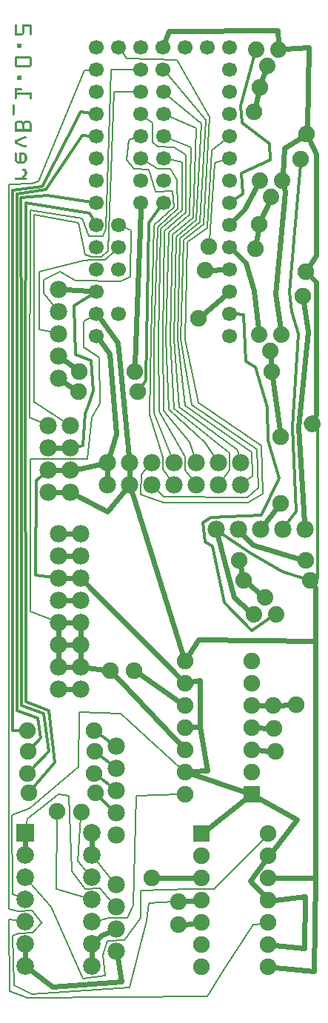
<source format=gbl>
G04 MADE WITH FRITZING*
G04 WWW.FRITZING.ORG*
G04 DOUBLE SIDED*
G04 HOLES PLATED*
G04 CONTOUR ON CENTER OF CONTOUR VECTOR*
%ASAXBY*%
%FSLAX23Y23*%
%MOIN*%
%OFA0B0*%
%SFA1.0B1.0*%
%ADD10C,0.078000*%
%ADD11C,0.075000*%
%ADD12C,0.079370*%
%ADD13C,0.074000*%
%ADD14C,0.045000*%
%ADD15C,0.066667*%
%ADD16R,0.079370X0.079370*%
%ADD17R,0.075000X0.075000*%
%ADD18C,0.024000*%
%ADD19C,0.008000*%
%ADD20C,0.012000*%
%ADD21C,0.007000*%
%ADD22C,0.006000*%
%ADD23R,0.001000X0.001000*%
%LNCOPPER0*%
G90*
G70*
G54D10*
X237Y3210D03*
X237Y3110D03*
X237Y3010D03*
X237Y2910D03*
X237Y2810D03*
X458Y2330D03*
X558Y2330D03*
X658Y2330D03*
X758Y2330D03*
X858Y2330D03*
X958Y2330D03*
X1058Y2330D03*
X458Y2330D03*
X558Y2330D03*
X658Y2330D03*
X758Y2330D03*
X858Y2330D03*
X958Y2330D03*
X1058Y2330D03*
X1058Y2430D03*
X958Y2430D03*
X858Y2430D03*
X758Y2430D03*
X658Y2430D03*
X558Y2430D03*
X458Y2430D03*
G54D11*
X330Y2841D03*
X580Y2841D03*
X328Y2748D03*
X593Y2748D03*
G54D10*
X237Y2109D03*
X237Y2009D03*
X237Y1909D03*
X237Y1809D03*
X237Y1709D03*
X237Y1609D03*
X237Y1509D03*
X237Y1409D03*
X237Y2109D03*
X237Y2009D03*
X237Y1909D03*
X237Y1809D03*
X237Y1709D03*
X237Y1609D03*
X237Y1509D03*
X237Y1409D03*
X337Y1409D03*
X337Y1509D03*
X337Y1609D03*
X337Y1709D03*
X337Y1809D03*
X337Y1909D03*
X337Y2009D03*
X337Y2109D03*
G54D12*
X89Y762D03*
X389Y762D03*
X89Y662D03*
X389Y662D03*
X89Y562D03*
X389Y562D03*
X89Y462D03*
X389Y462D03*
X89Y362D03*
X389Y362D03*
X89Y262D03*
X389Y262D03*
X89Y162D03*
X389Y162D03*
G54D10*
X292Y2295D03*
X292Y2395D03*
X292Y2495D03*
X292Y2595D03*
X292Y2295D03*
X292Y2395D03*
X292Y2495D03*
X292Y2595D03*
X192Y2595D03*
X192Y2495D03*
X192Y2395D03*
X192Y2295D03*
G54D11*
X577Y1494D03*
X341Y857D03*
G54D13*
X1226Y4291D03*
X1176Y4216D03*
X1126Y4291D03*
G54D11*
X778Y348D03*
X1203Y1336D03*
G54D13*
X1244Y3701D03*
X1194Y3626D03*
X1144Y3701D03*
G54D11*
X1208Y1232D03*
X777Y454D03*
G54D13*
X1116Y1747D03*
X1166Y1822D03*
X1216Y1747D03*
G54D11*
X869Y3081D03*
X656Y561D03*
G54D13*
X1242Y3007D03*
X1192Y2932D03*
X1142Y3007D03*
G54D11*
X897Y3295D03*
X1213Y1129D03*
X1329Y3796D03*
X1117Y4008D03*
X914Y3403D03*
X1306Y1339D03*
X1337Y3181D03*
X1124Y3393D03*
X232Y859D03*
X472Y1493D03*
X1350Y1989D03*
X1050Y1989D03*
X1237Y2246D03*
X1237Y2546D03*
X1143Y4121D03*
X1355Y3909D03*
X1140Y3504D03*
X1352Y3291D03*
X1071Y1900D03*
X1371Y1900D03*
X1196Y2840D03*
G54D14*
X1381Y2604D03*
G54D11*
X403Y943D03*
X103Y943D03*
X399Y1031D03*
X99Y1031D03*
X401Y1129D03*
X101Y1129D03*
X398Y1223D03*
X98Y1223D03*
X1106Y937D03*
X806Y937D03*
X1106Y1037D03*
X806Y1037D03*
X1106Y1137D03*
X806Y1137D03*
X1106Y1237D03*
X806Y1237D03*
X1106Y1337D03*
X806Y1337D03*
X1106Y1437D03*
X806Y1437D03*
X1106Y1537D03*
X806Y1537D03*
X882Y758D03*
X1182Y758D03*
X882Y658D03*
X1182Y658D03*
X882Y558D03*
X1182Y558D03*
X882Y458D03*
X1182Y458D03*
X882Y358D03*
X1182Y358D03*
X882Y258D03*
X1182Y258D03*
X882Y158D03*
X1182Y158D03*
G54D10*
X497Y228D03*
X497Y328D03*
X497Y428D03*
X497Y528D03*
X947Y2128D03*
X1047Y2128D03*
X1147Y2128D03*
X1247Y2128D03*
X1347Y2128D03*
X497Y753D03*
X497Y853D03*
X497Y953D03*
X497Y1053D03*
X497Y1153D03*
G54D15*
X408Y4300D03*
X408Y4200D03*
X408Y4100D03*
X408Y4000D03*
X408Y3900D03*
X408Y3800D03*
X408Y3700D03*
X408Y3600D03*
X408Y3500D03*
X408Y3400D03*
X408Y3300D03*
X408Y3200D03*
X408Y3100D03*
X408Y3000D03*
X508Y3100D03*
X1008Y4300D03*
X1008Y4200D03*
X1008Y4100D03*
X1008Y4000D03*
X1008Y3900D03*
X1008Y3800D03*
X1008Y3700D03*
X1008Y3600D03*
X1008Y3500D03*
X1008Y3400D03*
X1008Y3300D03*
X1008Y3200D03*
X1008Y3100D03*
X1008Y3000D03*
X508Y3400D03*
X508Y3300D03*
X508Y3500D03*
X808Y4300D03*
X908Y4300D03*
X708Y4300D03*
X508Y4300D03*
X608Y4300D03*
X408Y4300D03*
X408Y4200D03*
X408Y4100D03*
X408Y4000D03*
X408Y3900D03*
X408Y3800D03*
X408Y3700D03*
X408Y3600D03*
X408Y3500D03*
X408Y3400D03*
X408Y3300D03*
X408Y3200D03*
X408Y3100D03*
X408Y3000D03*
X508Y3100D03*
X1008Y4300D03*
X1008Y4200D03*
X1008Y4100D03*
X1008Y4000D03*
X1008Y3900D03*
X1008Y3800D03*
X1008Y3700D03*
X1008Y3600D03*
X1008Y3500D03*
X1008Y3400D03*
X1008Y3300D03*
X1008Y3200D03*
X1008Y3100D03*
X1008Y3000D03*
X508Y3400D03*
X508Y3300D03*
X508Y3500D03*
X808Y4300D03*
X908Y4300D03*
X708Y4300D03*
X508Y4300D03*
X608Y4300D03*
X608Y4200D03*
X608Y4200D03*
X708Y4200D03*
X708Y4200D03*
X710Y4100D03*
X710Y4000D03*
X710Y3900D03*
X710Y3800D03*
X710Y3700D03*
X710Y3600D03*
X710Y4100D03*
X710Y4000D03*
X710Y3900D03*
X710Y3800D03*
X710Y3700D03*
X710Y3600D03*
X608Y4100D03*
X608Y4000D03*
X608Y3900D03*
X608Y3800D03*
X608Y3700D03*
X608Y3600D03*
X608Y4100D03*
X608Y4000D03*
X608Y3900D03*
X608Y3800D03*
X608Y3700D03*
X608Y3600D03*
G54D16*
X89Y762D03*
G54D17*
X1106Y937D03*
X882Y758D03*
G54D18*
X498Y2561D02*
X467Y2458D01*
D02*
X469Y2919D02*
X498Y2561D01*
D02*
X426Y2975D02*
X469Y2919D01*
D02*
X1345Y2158D02*
X1319Y2591D01*
D02*
X1319Y2591D02*
X1361Y3020D01*
D02*
X1361Y3020D02*
X1341Y3153D01*
G54D19*
D02*
X793Y3567D02*
X793Y3784D01*
D02*
X793Y3784D02*
X734Y3795D01*
D02*
X698Y3482D02*
X793Y3567D01*
D02*
X687Y2987D02*
X698Y3482D01*
D02*
X691Y2660D02*
X687Y2987D01*
D02*
X807Y2456D02*
X691Y2660D01*
D02*
X807Y2397D02*
X807Y2456D01*
D02*
X843Y2349D02*
X807Y2397D01*
G54D18*
D02*
X458Y2399D02*
X458Y2360D01*
G54D20*
D02*
X173Y2379D02*
X137Y2348D01*
D02*
X137Y2348D02*
X133Y1923D01*
D02*
X133Y1923D02*
X213Y1913D01*
G54D19*
D02*
X783Y3439D02*
X874Y3513D01*
D02*
X874Y3513D02*
X900Y3973D01*
D02*
X807Y2686D02*
X774Y2987D01*
D02*
X774Y2987D02*
X783Y3439D01*
D02*
X900Y3973D02*
X726Y4181D01*
D02*
X1109Y2477D02*
X807Y2686D01*
D02*
X1110Y2371D02*
X1109Y2477D01*
D02*
X1077Y2345D02*
X1110Y2371D01*
G54D18*
D02*
X337Y1640D02*
X337Y1679D01*
D02*
X797Y1564D02*
X567Y2301D01*
D02*
X1253Y4292D02*
X1364Y4298D01*
D02*
X1364Y4298D02*
X1356Y3938D01*
G54D21*
D02*
X344Y3528D02*
X111Y3567D01*
D02*
X111Y3567D02*
X109Y2634D01*
D02*
X375Y3450D02*
X344Y3528D01*
D02*
X109Y2634D02*
X170Y2606D01*
D02*
X436Y3451D02*
X375Y3450D01*
D02*
X452Y3484D02*
X436Y3451D01*
D02*
X475Y4201D02*
X452Y3484D01*
D02*
X583Y4200D02*
X475Y4201D01*
G54D18*
D02*
X262Y2495D02*
X222Y2495D01*
D02*
X1065Y1928D02*
X1057Y1961D01*
D02*
X307Y1509D02*
X267Y1509D01*
G54D20*
D02*
X478Y968D02*
X417Y1016D01*
D02*
X1261Y2148D02*
X1306Y2211D01*
D02*
X1306Y2211D02*
X1291Y2591D01*
D02*
X1291Y2591D02*
X1317Y3011D01*
D02*
X1317Y3011D02*
X1289Y3109D01*
D02*
X1289Y3109D02*
X1278Y3195D01*
D02*
X1278Y3195D02*
X1297Y3434D01*
D02*
X1297Y3434D02*
X1327Y3773D01*
G54D19*
D02*
X817Y3424D02*
X906Y3487D01*
D02*
X906Y3487D02*
X926Y3835D01*
D02*
X807Y2984D02*
X817Y3424D01*
D02*
X869Y2700D02*
X807Y2984D01*
D02*
X926Y3835D02*
X988Y3884D01*
D02*
X1151Y2506D02*
X869Y2700D01*
D02*
X1157Y2289D02*
X1151Y2506D01*
D02*
X1090Y2249D02*
X1157Y2289D01*
D02*
X710Y2250D02*
X1090Y2249D01*
D02*
X608Y2285D02*
X710Y2250D01*
D02*
X610Y2377D02*
X608Y2285D01*
D02*
X641Y2412D02*
X610Y2377D01*
G54D18*
D02*
X429Y2424D02*
X321Y2401D01*
G54D19*
D02*
X769Y3447D02*
X859Y3523D01*
D02*
X859Y3523D02*
X881Y3956D01*
D02*
X780Y2678D02*
X757Y2987D01*
D02*
X757Y2987D02*
X769Y3447D01*
D02*
X881Y3956D02*
X729Y4084D01*
D02*
X1044Y2486D02*
X780Y2678D01*
D02*
X1052Y2453D02*
X1044Y2486D01*
G54D18*
D02*
X834Y1442D02*
X873Y1450D01*
D02*
X873Y1450D02*
X873Y1241D01*
D02*
X873Y1241D02*
X834Y1239D01*
D02*
X337Y1540D02*
X337Y1579D01*
D02*
X1195Y2869D02*
X1193Y2905D01*
G54D20*
D02*
X479Y870D02*
X419Y927D01*
G54D18*
D02*
X1391Y2630D02*
X1398Y2647D01*
D02*
X1398Y2647D02*
X1397Y3242D01*
D02*
X1397Y3242D02*
X1372Y3270D01*
D02*
X1200Y2812D02*
X1233Y2575D01*
D02*
X1079Y946D02*
X833Y1028D01*
D02*
X1137Y4093D02*
X1124Y4036D01*
G54D22*
D02*
X151Y3030D02*
X151Y3291D01*
D02*
X151Y3291D02*
X350Y3339D01*
D02*
X213Y3015D02*
X151Y3030D01*
D02*
X350Y3339D02*
X386Y3343D01*
D02*
X386Y3343D02*
X449Y3343D01*
D02*
X449Y3343D02*
X490Y3382D01*
G54D18*
D02*
X307Y2109D02*
X267Y2109D01*
G54D19*
D02*
X667Y3500D02*
X757Y3579D01*
D02*
X757Y3579D02*
X750Y3652D01*
D02*
X646Y2647D02*
X654Y2991D01*
D02*
X654Y2991D02*
X667Y3500D01*
D02*
X750Y3652D02*
X674Y3650D01*
D02*
X707Y2454D02*
X646Y2647D01*
D02*
X674Y3650D02*
X643Y3748D01*
D02*
X708Y2401D02*
X707Y2454D01*
D02*
X643Y3748D02*
X578Y3752D01*
D02*
X744Y2350D02*
X708Y2401D01*
D02*
X578Y3752D02*
X543Y3793D01*
D02*
X543Y3793D02*
X554Y3882D01*
D02*
X554Y3882D02*
X584Y3892D01*
G54D18*
D02*
X307Y1609D02*
X267Y1609D01*
D02*
X237Y1540D02*
X237Y1579D01*
D02*
X1152Y4148D02*
X1167Y4191D01*
G54D20*
D02*
X187Y3634D02*
X383Y3604D01*
D02*
X69Y3623D02*
X187Y3634D01*
D02*
X70Y2907D02*
X69Y3623D01*
D02*
X70Y1337D02*
X70Y2907D01*
D02*
X170Y1299D02*
X70Y1337D01*
D02*
X193Y1128D02*
X170Y1299D01*
D02*
X115Y1047D02*
X193Y1128D01*
G54D18*
D02*
X307Y2009D02*
X267Y2009D01*
G54D19*
D02*
X517Y3246D02*
X561Y3266D01*
D02*
X561Y3266D02*
X564Y3475D01*
D02*
X314Y3249D02*
X517Y3246D01*
D02*
X564Y3475D02*
X531Y3490D01*
D02*
X244Y3288D02*
X314Y3249D01*
D02*
X171Y3253D02*
X244Y3288D01*
D02*
X171Y3193D02*
X171Y3253D01*
D02*
X222Y3129D02*
X171Y3193D01*
G54D20*
D02*
X159Y1191D02*
X117Y1146D01*
D02*
X144Y1281D02*
X159Y1191D01*
D02*
X51Y1313D02*
X144Y1281D01*
D02*
X50Y2922D02*
X51Y1313D01*
D02*
X50Y3639D02*
X50Y2922D01*
D02*
X180Y3658D02*
X50Y3639D01*
D02*
X344Y3902D02*
X180Y3658D01*
D02*
X383Y3901D02*
X344Y3902D01*
G54D18*
D02*
X262Y2395D02*
X222Y2395D01*
D02*
X389Y693D02*
X389Y731D01*
G54D19*
D02*
X715Y3474D02*
X810Y3557D01*
D02*
X810Y3557D02*
X811Y3815D01*
D02*
X706Y2993D02*
X715Y3474D01*
D02*
X711Y2663D02*
X706Y2993D01*
D02*
X811Y3815D02*
X759Y3850D01*
D02*
X829Y2524D02*
X711Y2663D01*
D02*
X851Y2453D02*
X829Y2524D01*
D02*
X759Y3850D02*
X683Y3854D01*
D02*
X683Y3854D02*
X661Y3873D01*
D02*
X661Y3873D02*
X661Y3958D01*
D02*
X661Y3958D02*
X628Y3984D01*
G54D18*
D02*
X1030Y3378D02*
X1081Y3328D01*
D02*
X1119Y3203D02*
X1139Y3034D01*
D02*
X1081Y3328D02*
X1119Y3203D01*
D02*
X267Y3208D02*
X378Y3202D01*
G54D20*
D02*
X1198Y1735D02*
X1107Y1673D01*
D02*
X1107Y1673D02*
X985Y1798D01*
D02*
X985Y1798D02*
X931Y2054D01*
D02*
X931Y2054D02*
X896Y2074D01*
D02*
X896Y2074D02*
X889Y2161D01*
D02*
X889Y2161D02*
X925Y2184D01*
D02*
X925Y2184D02*
X1150Y2192D01*
D02*
X1150Y2192D02*
X1231Y2359D01*
D02*
X1231Y2359D02*
X1181Y2528D01*
D02*
X1181Y2528D02*
X1178Y2678D01*
D02*
X1178Y2678D02*
X1125Y2861D01*
D02*
X1125Y2861D02*
X1080Y2886D01*
D02*
X1080Y2886D02*
X1071Y3095D01*
D02*
X1071Y3095D02*
X1033Y3098D01*
D02*
X478Y1068D02*
X419Y1115D01*
G54D18*
D02*
X558Y2360D02*
X558Y2399D01*
D02*
X1211Y255D02*
X1344Y243D01*
D02*
X1344Y243D02*
X1348Y476D01*
D02*
X1348Y476D02*
X1211Y461D01*
G54D20*
D02*
X1058Y4036D02*
X1121Y4270D01*
D02*
X1064Y3961D02*
X1058Y4036D01*
D02*
X1186Y3867D02*
X1064Y3961D01*
D02*
X1192Y3792D02*
X1186Y3867D01*
D02*
X1061Y3734D02*
X1192Y3792D01*
D02*
X1067Y3639D02*
X1061Y3734D01*
D02*
X1029Y3614D02*
X1067Y3639D01*
G54D19*
D02*
X733Y3465D02*
X828Y3545D01*
D02*
X828Y3545D02*
X835Y3850D01*
D02*
X722Y2989D02*
X733Y3465D01*
D02*
X733Y2669D02*
X722Y2989D01*
D02*
X835Y3850D02*
X733Y3891D01*
D02*
X898Y2521D02*
X733Y2669D01*
D02*
X945Y2450D02*
X898Y2521D01*
G54D18*
D02*
X237Y1640D02*
X237Y1679D01*
D02*
X1367Y3316D02*
X1397Y3364D01*
D02*
X1397Y3364D02*
X1397Y3820D01*
D02*
X1397Y3820D02*
X1367Y3883D01*
G54D19*
D02*
X64Y366D02*
X14Y373D01*
D02*
X14Y373D02*
X19Y50D01*
D02*
X19Y50D02*
X97Y20D01*
D02*
X97Y20D02*
X909Y26D01*
D02*
X909Y26D02*
X978Y139D01*
D02*
X978Y139D02*
X1115Y348D01*
D02*
X1115Y348D02*
X1159Y354D01*
D02*
X1131Y2488D02*
X839Y2689D01*
D02*
X839Y2689D02*
X789Y2986D01*
D02*
X789Y2986D02*
X800Y3432D01*
D02*
X800Y3432D02*
X891Y3504D01*
D02*
X1138Y2317D02*
X1131Y2488D01*
D02*
X891Y3504D02*
X919Y3985D01*
D02*
X1087Y2274D02*
X1138Y2317D01*
D02*
X919Y3985D02*
X771Y4244D01*
D02*
X710Y2277D02*
X1087Y2274D01*
D02*
X771Y4244D02*
X544Y4250D01*
D02*
X675Y2312D02*
X710Y2277D01*
D02*
X544Y4250D02*
X523Y4280D01*
G54D20*
D02*
X1402Y2595D02*
X1403Y2595D01*
D02*
X1403Y2595D02*
X1403Y1911D01*
D02*
X1403Y1911D02*
X1393Y1908D01*
G54D18*
D02*
X834Y1239D02*
X873Y1241D01*
D02*
X873Y1241D02*
X906Y1044D01*
D02*
X906Y1044D02*
X834Y1039D01*
D02*
X307Y1909D02*
X267Y1909D01*
G54D20*
D02*
X356Y2648D02*
X374Y2693D01*
D02*
X374Y2693D02*
X393Y2752D01*
D02*
X348Y2506D02*
X356Y2648D01*
D02*
X393Y2752D02*
X383Y2889D01*
D02*
X316Y2500D02*
X348Y2506D01*
D02*
X383Y2889D02*
X315Y2915D01*
D02*
X315Y2915D02*
X309Y3137D01*
D02*
X309Y3137D02*
X387Y3186D01*
G54D18*
D02*
X89Y231D02*
X89Y193D01*
D02*
X358Y1888D02*
X786Y1457D01*
D02*
X1131Y3677D02*
X1074Y3569D01*
D02*
X1074Y3569D02*
X1029Y3522D01*
D02*
X1238Y3034D02*
X1214Y3189D01*
D02*
X1214Y3189D02*
X1258Y3648D01*
D02*
X1258Y3648D02*
X1251Y3675D01*
D02*
X1095Y1764D02*
X1026Y1824D01*
D02*
X1026Y1824D02*
X955Y2099D01*
D02*
X867Y1634D02*
X821Y1561D01*
D02*
X1394Y1625D02*
X867Y1634D01*
D02*
X1394Y1625D02*
X1393Y1865D01*
D02*
X1393Y1865D02*
X1386Y1876D01*
D02*
X1393Y558D02*
X1394Y1625D01*
D02*
X1211Y558D02*
X1393Y558D01*
D02*
X1393Y558D02*
X1389Y139D01*
D02*
X1389Y139D02*
X1211Y155D01*
D02*
X304Y2764D02*
X262Y2793D01*
G54D20*
D02*
X477Y1167D02*
X416Y1210D01*
G54D18*
D02*
X718Y4329D02*
X733Y4373D01*
D02*
X733Y4373D02*
X1225Y4375D01*
X1225Y4375D02*
X1226Y4318D01*
D02*
X1093Y1882D02*
X1145Y1839D01*
D02*
X581Y2870D02*
X609Y3569D01*
D02*
X307Y1809D02*
X267Y1809D01*
G54D22*
D02*
X430Y3357D02*
X386Y3356D01*
D02*
X386Y3356D02*
X359Y3367D01*
D02*
X359Y3367D02*
X326Y3510D01*
D02*
X461Y3382D02*
X430Y3357D01*
D02*
X326Y3510D02*
X126Y3545D01*
D02*
X487Y4098D02*
X461Y3382D01*
D02*
X126Y3545D02*
X126Y2704D01*
D02*
X583Y4099D02*
X487Y4098D01*
D02*
X126Y2704D02*
X271Y2609D01*
G54D18*
D02*
X307Y1709D02*
X267Y1709D01*
G54D21*
D02*
X633Y367D02*
X644Y445D01*
D02*
X557Y65D02*
X633Y367D01*
D02*
X116Y35D02*
X557Y65D01*
D02*
X36Y75D02*
X116Y35D01*
D02*
X30Y299D02*
X36Y75D01*
D02*
X58Y311D02*
X30Y299D01*
D02*
X122Y313D02*
X58Y311D01*
D02*
X163Y361D02*
X122Y313D01*
D02*
X117Y413D02*
X162Y361D01*
D02*
X53Y411D02*
X117Y413D01*
D02*
X13Y419D02*
X53Y411D01*
D02*
X13Y2966D02*
X13Y419D01*
D02*
X15Y3684D02*
X13Y2966D01*
D02*
X119Y3685D02*
X15Y3684D01*
D02*
X148Y3697D02*
X119Y3685D01*
D02*
X353Y4195D02*
X148Y3697D01*
D02*
X383Y4197D02*
X353Y4195D01*
G54D18*
D02*
X1331Y3894D02*
X1253Y3845D01*
D02*
X1253Y3845D02*
X1246Y3728D01*
D02*
X307Y1409D02*
X267Y1409D01*
G54D19*
D02*
X741Y2987D02*
X750Y3456D01*
D02*
X757Y2673D02*
X741Y2987D01*
D02*
X750Y3456D02*
X843Y3534D01*
D02*
X1006Y2474D02*
X757Y2673D01*
D02*
X843Y3534D02*
X859Y3937D01*
D02*
X1008Y2396D02*
X1006Y2474D01*
D02*
X859Y3937D02*
X733Y3990D01*
D02*
X973Y2349D02*
X1008Y2396D01*
G54D20*
D02*
X1349Y1907D02*
X1244Y1939D01*
D02*
X1244Y1939D02*
X1100Y2024D01*
D02*
X1100Y2024D02*
X968Y2114D01*
G54D18*
D02*
X504Y2969D02*
X426Y3075D01*
D02*
X513Y2874D02*
X504Y2969D01*
D02*
X555Y2460D02*
X513Y2874D01*
D02*
X1152Y3530D02*
X1183Y3601D01*
G54D19*
D02*
X683Y3491D02*
X775Y3574D01*
D02*
X775Y3574D02*
X772Y3702D01*
D02*
X669Y2991D02*
X683Y3491D01*
D02*
X669Y2652D02*
X669Y2991D01*
D02*
X772Y3702D02*
X741Y3752D01*
D02*
X749Y2452D02*
X669Y2652D01*
D02*
X741Y3752D02*
X685Y3754D01*
D02*
X685Y3754D02*
X630Y3787D01*
G54D20*
D02*
X222Y1080D02*
X118Y961D01*
D02*
X195Y1314D02*
X222Y1080D01*
D02*
X90Y1353D02*
X195Y1314D01*
D02*
X89Y2893D02*
X90Y1353D01*
D02*
X91Y3598D02*
X89Y2893D01*
D02*
X378Y3552D02*
X91Y3598D01*
D02*
X396Y3521D02*
X378Y3552D01*
D02*
X643Y3508D02*
X630Y2798D01*
D02*
X630Y2798D02*
X606Y2767D01*
D02*
X695Y3580D02*
X643Y3508D01*
G54D18*
D02*
X1165Y2152D02*
X1219Y2223D01*
D02*
X307Y2858D02*
X261Y2892D01*
D02*
X1136Y3475D02*
X1129Y3422D01*
D02*
X262Y2295D02*
X222Y2295D01*
D02*
X1322Y1997D02*
X1111Y2058D01*
D02*
X1111Y2058D02*
X1067Y2106D01*
D02*
X89Y693D02*
X89Y731D01*
G54D20*
D02*
X31Y1224D02*
X74Y1224D01*
D02*
X30Y2943D02*
X31Y1224D01*
D02*
X31Y3656D02*
X30Y2943D01*
D02*
X163Y3674D02*
X31Y3656D01*
D02*
X339Y4010D02*
X163Y3674D01*
D02*
X383Y4003D02*
X339Y4010D01*
G54D19*
D02*
X369Y2445D02*
X386Y2633D01*
D02*
X111Y1761D02*
X111Y2445D01*
D02*
X425Y2695D02*
X422Y2903D01*
D02*
X111Y2445D02*
X369Y2445D01*
D02*
X386Y2633D02*
X425Y2695D01*
D02*
X214Y1719D02*
X111Y1761D01*
D02*
X422Y2903D02*
X350Y2948D01*
D02*
X350Y3067D02*
X386Y3087D01*
D02*
X350Y2948D02*
X350Y3067D01*
D02*
X66Y472D02*
X31Y487D01*
D02*
X326Y1058D02*
X331Y1306D01*
D02*
X31Y487D02*
X28Y843D01*
D02*
X519Y1298D02*
X789Y1052D01*
D02*
X28Y843D02*
X108Y873D01*
D02*
X108Y873D02*
X326Y1058D01*
D02*
X331Y1306D02*
X519Y1298D01*
G54D18*
D02*
X1311Y823D02*
X1200Y680D01*
D02*
X1131Y923D02*
X1311Y823D01*
G54D19*
D02*
X358Y511D02*
X297Y589D01*
D02*
X424Y513D02*
X358Y511D01*
D02*
X237Y936D02*
X159Y874D01*
D02*
X481Y447D02*
X424Y513D01*
D02*
X98Y826D02*
X92Y787D01*
D02*
X283Y931D02*
X237Y936D01*
D02*
X297Y589D02*
X283Y931D01*
D02*
X159Y874D02*
X98Y826D01*
D02*
X574Y436D02*
X549Y378D01*
D02*
X549Y378D02*
X464Y378D01*
D02*
X464Y378D02*
X413Y367D01*
D02*
X586Y928D02*
X574Y436D01*
D02*
X783Y936D02*
X586Y928D01*
G54D18*
D02*
X389Y231D02*
X389Y193D01*
D02*
X522Y93D02*
X211Y69D01*
D02*
X211Y69D02*
X113Y144D01*
D02*
X503Y198D02*
X522Y93D01*
D02*
X433Y304D02*
X411Y283D01*
D02*
X469Y317D02*
X433Y304D01*
G54D19*
D02*
X482Y547D02*
X405Y643D01*
D02*
X204Y428D02*
X105Y543D01*
D02*
X828Y509D02*
X608Y503D01*
D02*
X457Y276D02*
X436Y214D01*
D02*
X608Y503D02*
X608Y381D01*
D02*
X608Y381D02*
X533Y280D01*
D02*
X936Y509D02*
X828Y509D01*
D02*
X436Y214D02*
X449Y120D01*
D02*
X533Y280D02*
X457Y276D01*
D02*
X346Y106D02*
X204Y428D01*
D02*
X449Y120D02*
X346Y106D01*
D02*
X1166Y741D02*
X936Y509D01*
G54D18*
D02*
X459Y2210D02*
X539Y2306D01*
D02*
X319Y2282D02*
X459Y2210D01*
G54D19*
D02*
X364Y469D02*
X228Y509D01*
D02*
X228Y509D02*
X231Y836D01*
G54D18*
D02*
X367Y1506D02*
X443Y1497D01*
D02*
X786Y1158D02*
X491Y1472D01*
D02*
X782Y1353D02*
X601Y1478D01*
G54D19*
D02*
X325Y636D02*
X339Y834D01*
D02*
X372Y581D02*
X325Y636D01*
G54D18*
D02*
X1100Y545D02*
X1165Y634D01*
D02*
X1163Y478D02*
X1100Y545D01*
D02*
X1084Y919D02*
X904Y775D01*
D02*
X854Y355D02*
X806Y350D01*
D02*
X1174Y1337D02*
X1135Y1337D01*
D02*
X854Y457D02*
X806Y455D01*
D02*
X1179Y1233D02*
X1135Y1235D01*
G54D21*
D02*
X644Y445D02*
X754Y452D01*
G54D18*
D02*
X854Y558D02*
X684Y561D01*
D02*
X891Y3099D02*
X985Y3180D01*
D02*
X978Y3299D02*
X925Y3297D01*
D02*
X1185Y1131D02*
X1134Y1135D01*
G54D19*
D02*
X922Y3475D02*
X917Y3426D01*
D02*
X984Y3792D02*
X942Y3778D01*
D02*
X942Y3778D02*
X922Y3475D01*
G54D18*
D02*
X1277Y1338D02*
X1231Y1337D01*
G54D23*
X43Y4404D02*
X46Y4404D01*
X81Y4404D02*
X110Y4404D01*
X41Y4403D02*
X47Y4403D01*
X79Y4403D02*
X112Y4403D01*
X41Y4402D02*
X48Y4402D01*
X77Y4402D02*
X113Y4402D01*
X40Y4401D02*
X49Y4401D01*
X76Y4401D02*
X114Y4401D01*
X40Y4400D02*
X49Y4400D01*
X76Y4400D02*
X115Y4400D01*
X40Y4399D02*
X49Y4399D01*
X75Y4399D02*
X116Y4399D01*
X40Y4398D02*
X49Y4398D01*
X74Y4398D02*
X116Y4398D01*
X40Y4397D02*
X49Y4397D01*
X74Y4397D02*
X116Y4397D01*
X40Y4396D02*
X49Y4396D01*
X74Y4396D02*
X117Y4396D01*
X40Y4395D02*
X49Y4395D01*
X74Y4395D02*
X117Y4395D01*
X40Y4394D02*
X49Y4394D01*
X74Y4394D02*
X83Y4394D01*
X108Y4394D02*
X117Y4394D01*
X40Y4393D02*
X49Y4393D01*
X74Y4393D02*
X83Y4393D01*
X108Y4393D02*
X117Y4393D01*
X40Y4392D02*
X49Y4392D01*
X74Y4392D02*
X83Y4392D01*
X108Y4392D02*
X117Y4392D01*
X40Y4391D02*
X49Y4391D01*
X74Y4391D02*
X83Y4391D01*
X108Y4391D02*
X117Y4391D01*
X40Y4390D02*
X49Y4390D01*
X74Y4390D02*
X83Y4390D01*
X108Y4390D02*
X117Y4390D01*
X40Y4389D02*
X49Y4389D01*
X74Y4389D02*
X83Y4389D01*
X108Y4389D02*
X117Y4389D01*
X40Y4388D02*
X49Y4388D01*
X74Y4388D02*
X83Y4388D01*
X108Y4388D02*
X117Y4388D01*
X40Y4387D02*
X49Y4387D01*
X74Y4387D02*
X83Y4387D01*
X108Y4387D02*
X117Y4387D01*
X40Y4386D02*
X49Y4386D01*
X74Y4386D02*
X83Y4386D01*
X108Y4386D02*
X117Y4386D01*
X40Y4385D02*
X49Y4385D01*
X74Y4385D02*
X83Y4385D01*
X108Y4385D02*
X117Y4385D01*
X40Y4384D02*
X49Y4384D01*
X74Y4384D02*
X83Y4384D01*
X108Y4384D02*
X117Y4384D01*
X40Y4383D02*
X49Y4383D01*
X74Y4383D02*
X83Y4383D01*
X108Y4383D02*
X117Y4383D01*
X40Y4382D02*
X49Y4382D01*
X74Y4382D02*
X83Y4382D01*
X108Y4382D02*
X117Y4382D01*
X40Y4381D02*
X49Y4381D01*
X74Y4381D02*
X83Y4381D01*
X108Y4381D02*
X117Y4381D01*
X40Y4380D02*
X49Y4380D01*
X74Y4380D02*
X83Y4380D01*
X108Y4380D02*
X117Y4380D01*
X40Y4379D02*
X49Y4379D01*
X74Y4379D02*
X83Y4379D01*
X108Y4379D02*
X117Y4379D01*
X40Y4378D02*
X49Y4378D01*
X74Y4378D02*
X83Y4378D01*
X108Y4378D02*
X117Y4378D01*
X40Y4377D02*
X49Y4377D01*
X74Y4377D02*
X83Y4377D01*
X108Y4377D02*
X117Y4377D01*
X40Y4376D02*
X49Y4376D01*
X74Y4376D02*
X83Y4376D01*
X108Y4376D02*
X117Y4376D01*
X40Y4375D02*
X49Y4375D01*
X74Y4375D02*
X83Y4375D01*
X108Y4375D02*
X117Y4375D01*
X40Y4374D02*
X49Y4374D01*
X74Y4374D02*
X83Y4374D01*
X108Y4374D02*
X117Y4374D01*
X40Y4373D02*
X49Y4373D01*
X74Y4373D02*
X83Y4373D01*
X108Y4373D02*
X117Y4373D01*
X40Y4372D02*
X49Y4372D01*
X74Y4372D02*
X83Y4372D01*
X108Y4372D02*
X117Y4372D01*
X40Y4371D02*
X49Y4371D01*
X74Y4371D02*
X83Y4371D01*
X108Y4371D02*
X117Y4371D01*
X40Y4370D02*
X49Y4370D01*
X74Y4370D02*
X83Y4370D01*
X108Y4370D02*
X117Y4370D01*
X40Y4369D02*
X49Y4369D01*
X74Y4369D02*
X83Y4369D01*
X108Y4369D02*
X117Y4369D01*
X40Y4368D02*
X49Y4368D01*
X74Y4368D02*
X83Y4368D01*
X108Y4368D02*
X117Y4368D01*
X40Y4367D02*
X49Y4367D01*
X74Y4367D02*
X83Y4367D01*
X108Y4367D02*
X117Y4367D01*
X40Y4366D02*
X49Y4366D01*
X74Y4366D02*
X83Y4366D01*
X108Y4366D02*
X117Y4366D01*
X40Y4365D02*
X49Y4365D01*
X74Y4365D02*
X83Y4365D01*
X108Y4365D02*
X117Y4365D01*
X40Y4364D02*
X83Y4364D01*
X108Y4364D02*
X117Y4364D01*
X40Y4363D02*
X83Y4363D01*
X108Y4363D02*
X117Y4363D01*
X40Y4362D02*
X82Y4362D01*
X108Y4362D02*
X117Y4362D01*
X40Y4361D02*
X82Y4361D01*
X108Y4361D02*
X117Y4361D01*
X40Y4360D02*
X82Y4360D01*
X108Y4360D02*
X117Y4360D01*
X40Y4359D02*
X81Y4359D01*
X108Y4359D02*
X117Y4359D01*
X40Y4358D02*
X80Y4358D01*
X108Y4358D02*
X116Y4358D01*
X40Y4357D02*
X79Y4357D01*
X109Y4357D02*
X116Y4357D01*
X40Y4356D02*
X78Y4356D01*
X109Y4356D02*
X115Y4356D01*
X40Y4355D02*
X75Y4355D01*
X111Y4355D02*
X113Y4355D01*
X56Y4317D02*
X67Y4317D01*
X54Y4316D02*
X68Y4316D01*
X53Y4315D02*
X69Y4315D01*
X53Y4314D02*
X70Y4314D01*
X53Y4313D02*
X70Y4313D01*
X53Y4312D02*
X70Y4312D01*
X52Y4311D02*
X70Y4311D01*
X52Y4310D02*
X70Y4310D01*
X52Y4309D02*
X70Y4309D01*
X52Y4308D02*
X70Y4308D01*
X52Y4307D02*
X70Y4307D01*
X52Y4306D02*
X70Y4306D01*
X52Y4305D02*
X70Y4305D01*
X52Y4304D02*
X70Y4304D01*
X52Y4303D02*
X70Y4303D01*
X53Y4302D02*
X70Y4302D01*
X53Y4301D02*
X70Y4301D01*
X53Y4300D02*
X69Y4300D01*
X54Y4299D02*
X69Y4299D01*
X55Y4298D02*
X68Y4298D01*
X46Y4259D02*
X111Y4259D01*
X44Y4258D02*
X112Y4258D01*
X43Y4257D02*
X114Y4257D01*
X42Y4256D02*
X115Y4256D01*
X41Y4255D02*
X115Y4255D01*
X41Y4254D02*
X116Y4254D01*
X40Y4253D02*
X116Y4253D01*
X40Y4252D02*
X117Y4252D01*
X40Y4251D02*
X117Y4251D01*
X40Y4250D02*
X117Y4250D01*
X40Y4249D02*
X49Y4249D01*
X108Y4249D02*
X117Y4249D01*
X40Y4248D02*
X49Y4248D01*
X108Y4248D02*
X117Y4248D01*
X40Y4247D02*
X49Y4247D01*
X108Y4247D02*
X117Y4247D01*
X40Y4246D02*
X49Y4246D01*
X108Y4246D02*
X117Y4246D01*
X40Y4245D02*
X49Y4245D01*
X108Y4245D02*
X117Y4245D01*
X40Y4244D02*
X49Y4244D01*
X108Y4244D02*
X117Y4244D01*
X40Y4243D02*
X49Y4243D01*
X108Y4243D02*
X117Y4243D01*
X40Y4242D02*
X49Y4242D01*
X108Y4242D02*
X117Y4242D01*
X40Y4241D02*
X49Y4241D01*
X108Y4241D02*
X117Y4241D01*
X40Y4240D02*
X49Y4240D01*
X108Y4240D02*
X117Y4240D01*
X40Y4239D02*
X49Y4239D01*
X108Y4239D02*
X117Y4239D01*
X40Y4238D02*
X49Y4238D01*
X108Y4238D02*
X117Y4238D01*
X40Y4237D02*
X49Y4237D01*
X108Y4237D02*
X117Y4237D01*
X40Y4236D02*
X49Y4236D01*
X108Y4236D02*
X117Y4236D01*
X40Y4235D02*
X49Y4235D01*
X108Y4235D02*
X117Y4235D01*
X40Y4234D02*
X49Y4234D01*
X108Y4234D02*
X117Y4234D01*
X40Y4233D02*
X49Y4233D01*
X108Y4233D02*
X117Y4233D01*
X40Y4232D02*
X49Y4232D01*
X108Y4232D02*
X117Y4232D01*
X40Y4231D02*
X49Y4231D01*
X108Y4231D02*
X117Y4231D01*
X40Y4230D02*
X49Y4230D01*
X108Y4230D02*
X117Y4230D01*
X40Y4229D02*
X49Y4229D01*
X108Y4229D02*
X117Y4229D01*
X40Y4228D02*
X49Y4228D01*
X108Y4228D02*
X117Y4228D01*
X40Y4227D02*
X49Y4227D01*
X108Y4227D02*
X117Y4227D01*
X40Y4226D02*
X49Y4226D01*
X108Y4226D02*
X117Y4226D01*
X40Y4225D02*
X49Y4225D01*
X108Y4225D02*
X117Y4225D01*
X40Y4224D02*
X49Y4224D01*
X108Y4224D02*
X117Y4224D01*
X40Y4223D02*
X49Y4223D01*
X108Y4223D02*
X117Y4223D01*
X40Y4222D02*
X49Y4222D01*
X108Y4222D02*
X117Y4222D01*
X40Y4221D02*
X49Y4221D01*
X108Y4221D02*
X117Y4221D01*
X40Y4220D02*
X117Y4220D01*
X40Y4219D02*
X117Y4219D01*
X40Y4218D02*
X117Y4218D01*
X40Y4217D02*
X116Y4217D01*
X41Y4216D02*
X116Y4216D01*
X41Y4215D02*
X115Y4215D01*
X42Y4214D02*
X115Y4214D01*
X43Y4213D02*
X114Y4213D01*
X44Y4212D02*
X112Y4212D01*
X46Y4211D02*
X111Y4211D01*
X55Y4172D02*
X68Y4172D01*
X54Y4171D02*
X69Y4171D01*
X53Y4170D02*
X69Y4170D01*
X53Y4169D02*
X70Y4169D01*
X53Y4168D02*
X70Y4168D01*
X52Y4167D02*
X70Y4167D01*
X52Y4166D02*
X70Y4166D01*
X52Y4165D02*
X70Y4165D01*
X52Y4164D02*
X70Y4164D01*
X52Y4163D02*
X70Y4163D01*
X52Y4162D02*
X70Y4162D01*
X52Y4161D02*
X70Y4161D01*
X52Y4160D02*
X70Y4160D01*
X52Y4159D02*
X70Y4159D01*
X53Y4158D02*
X70Y4158D01*
X53Y4157D02*
X70Y4157D01*
X53Y4156D02*
X70Y4156D01*
X53Y4155D02*
X69Y4155D01*
X54Y4154D02*
X68Y4154D01*
X56Y4153D02*
X67Y4153D01*
X43Y4115D02*
X71Y4115D01*
X42Y4114D02*
X73Y4114D01*
X41Y4113D02*
X73Y4113D01*
X40Y4112D02*
X74Y4112D01*
X40Y4111D02*
X74Y4111D01*
X40Y4110D02*
X74Y4110D01*
X40Y4109D02*
X74Y4109D01*
X40Y4108D02*
X74Y4108D01*
X40Y4107D02*
X73Y4107D01*
X40Y4106D02*
X72Y4106D01*
X40Y4105D02*
X49Y4105D01*
X40Y4104D02*
X49Y4104D01*
X40Y4103D02*
X49Y4103D01*
X40Y4102D02*
X49Y4102D01*
X40Y4101D02*
X49Y4101D01*
X40Y4100D02*
X49Y4100D01*
X40Y4099D02*
X49Y4099D01*
X40Y4098D02*
X49Y4098D01*
X40Y4097D02*
X49Y4097D01*
X40Y4096D02*
X49Y4096D01*
X40Y4095D02*
X117Y4095D01*
X40Y4094D02*
X117Y4094D01*
X40Y4093D02*
X117Y4093D01*
X40Y4092D02*
X117Y4092D01*
X40Y4091D02*
X117Y4091D01*
X40Y4090D02*
X117Y4090D01*
X40Y4089D02*
X117Y4089D01*
X40Y4088D02*
X117Y4088D01*
X40Y4087D02*
X117Y4087D01*
X40Y4086D02*
X117Y4086D01*
X40Y4085D02*
X49Y4085D01*
X108Y4085D02*
X117Y4085D01*
X40Y4084D02*
X49Y4084D01*
X108Y4084D02*
X117Y4084D01*
X40Y4083D02*
X49Y4083D01*
X108Y4083D02*
X117Y4083D01*
X40Y4082D02*
X49Y4082D01*
X108Y4082D02*
X117Y4082D01*
X40Y4081D02*
X49Y4081D01*
X108Y4081D02*
X117Y4081D01*
X40Y4080D02*
X49Y4080D01*
X108Y4080D02*
X117Y4080D01*
X40Y4079D02*
X49Y4079D01*
X108Y4079D02*
X117Y4079D01*
X40Y4078D02*
X49Y4078D01*
X108Y4078D02*
X117Y4078D01*
X40Y4077D02*
X49Y4077D01*
X108Y4077D02*
X117Y4077D01*
X40Y4076D02*
X49Y4076D01*
X108Y4076D02*
X117Y4076D01*
X40Y4075D02*
X49Y4075D01*
X108Y4075D02*
X117Y4075D01*
X40Y4074D02*
X49Y4074D01*
X108Y4074D02*
X117Y4074D01*
X40Y4073D02*
X49Y4073D01*
X108Y4073D02*
X117Y4073D01*
X40Y4072D02*
X49Y4072D01*
X108Y4072D02*
X117Y4072D01*
X40Y4071D02*
X49Y4071D01*
X108Y4071D02*
X117Y4071D01*
X40Y4070D02*
X49Y4070D01*
X108Y4070D02*
X117Y4070D01*
X40Y4069D02*
X49Y4069D01*
X108Y4069D02*
X116Y4069D01*
X41Y4068D02*
X48Y4068D01*
X108Y4068D02*
X116Y4068D01*
X41Y4067D02*
X47Y4067D01*
X109Y4067D02*
X115Y4067D01*
X43Y4066D02*
X46Y4066D01*
X111Y4066D02*
X114Y4066D01*
X32Y4042D02*
X37Y4042D01*
X31Y4041D02*
X38Y4041D01*
X30Y4040D02*
X38Y4040D01*
X30Y4039D02*
X39Y4039D01*
X30Y4038D02*
X39Y4038D01*
X30Y4037D02*
X39Y4037D01*
X30Y4036D02*
X39Y4036D01*
X30Y4035D02*
X39Y4035D01*
X30Y4034D02*
X39Y4034D01*
X30Y4033D02*
X39Y4033D01*
X30Y4032D02*
X39Y4032D01*
X30Y4031D02*
X39Y4031D01*
X30Y4030D02*
X39Y4030D01*
X30Y4029D02*
X39Y4029D01*
X30Y4028D02*
X39Y4028D01*
X30Y4027D02*
X39Y4027D01*
X30Y4026D02*
X39Y4026D01*
X30Y4025D02*
X39Y4025D01*
X30Y4024D02*
X39Y4024D01*
X30Y4023D02*
X39Y4023D01*
X30Y4022D02*
X39Y4022D01*
X30Y4021D02*
X39Y4021D01*
X30Y4020D02*
X39Y4020D01*
X30Y4019D02*
X39Y4019D01*
X30Y4018D02*
X39Y4018D01*
X30Y4017D02*
X39Y4017D01*
X30Y4016D02*
X39Y4016D01*
X30Y4015D02*
X39Y4015D01*
X30Y4014D02*
X39Y4014D01*
X30Y4013D02*
X39Y4013D01*
X30Y4012D02*
X39Y4012D01*
X30Y4011D02*
X39Y4011D01*
X30Y4010D02*
X39Y4010D01*
X30Y4009D02*
X39Y4009D01*
X30Y4008D02*
X39Y4008D01*
X30Y4007D02*
X39Y4007D01*
X30Y4006D02*
X39Y4006D01*
X30Y4005D02*
X39Y4005D01*
X30Y4004D02*
X39Y4004D01*
X30Y4003D02*
X39Y4003D01*
X30Y4002D02*
X39Y4002D01*
X30Y4001D02*
X39Y4001D01*
X30Y4000D02*
X39Y4000D01*
X30Y3999D02*
X39Y3999D01*
X30Y3998D02*
X39Y3998D01*
X30Y3997D02*
X39Y3997D01*
X30Y3996D02*
X38Y3996D01*
X31Y3995D02*
X38Y3995D01*
X32Y3994D02*
X36Y3994D01*
X55Y3970D02*
X68Y3970D01*
X89Y3970D02*
X102Y3970D01*
X52Y3969D02*
X71Y3969D01*
X86Y3969D02*
X105Y3969D01*
X50Y3968D02*
X73Y3968D01*
X84Y3968D02*
X107Y3968D01*
X48Y3967D02*
X74Y3967D01*
X82Y3967D02*
X108Y3967D01*
X47Y3966D02*
X75Y3966D01*
X81Y3966D02*
X109Y3966D01*
X46Y3965D02*
X76Y3965D01*
X80Y3965D02*
X110Y3965D01*
X45Y3964D02*
X111Y3964D01*
X44Y3963D02*
X112Y3963D01*
X43Y3962D02*
X113Y3962D01*
X43Y3961D02*
X114Y3961D01*
X42Y3960D02*
X56Y3960D01*
X67Y3960D02*
X89Y3960D01*
X101Y3960D02*
X114Y3960D01*
X42Y3959D02*
X54Y3959D01*
X69Y3959D02*
X88Y3959D01*
X103Y3959D02*
X115Y3959D01*
X41Y3958D02*
X52Y3958D01*
X70Y3958D02*
X86Y3958D01*
X104Y3958D02*
X115Y3958D01*
X41Y3957D02*
X51Y3957D01*
X71Y3957D02*
X85Y3957D01*
X105Y3957D02*
X116Y3957D01*
X41Y3956D02*
X51Y3956D01*
X72Y3956D02*
X85Y3956D01*
X106Y3956D02*
X116Y3956D01*
X40Y3955D02*
X50Y3955D01*
X73Y3955D02*
X84Y3955D01*
X107Y3955D02*
X116Y3955D01*
X40Y3954D02*
X50Y3954D01*
X73Y3954D02*
X84Y3954D01*
X107Y3954D02*
X116Y3954D01*
X40Y3953D02*
X49Y3953D01*
X73Y3953D02*
X83Y3953D01*
X107Y3953D02*
X117Y3953D01*
X40Y3952D02*
X49Y3952D01*
X74Y3952D02*
X83Y3952D01*
X108Y3952D02*
X117Y3952D01*
X40Y3951D02*
X49Y3951D01*
X74Y3951D02*
X83Y3951D01*
X108Y3951D02*
X117Y3951D01*
X40Y3950D02*
X49Y3950D01*
X74Y3950D02*
X83Y3950D01*
X108Y3950D02*
X117Y3950D01*
X40Y3949D02*
X49Y3949D01*
X74Y3949D02*
X83Y3949D01*
X108Y3949D02*
X117Y3949D01*
X40Y3948D02*
X49Y3948D01*
X74Y3948D02*
X83Y3948D01*
X108Y3948D02*
X117Y3948D01*
X40Y3947D02*
X49Y3947D01*
X74Y3947D02*
X83Y3947D01*
X108Y3947D02*
X117Y3947D01*
X40Y3946D02*
X49Y3946D01*
X74Y3946D02*
X83Y3946D01*
X108Y3946D02*
X117Y3946D01*
X40Y3945D02*
X49Y3945D01*
X74Y3945D02*
X83Y3945D01*
X108Y3945D02*
X117Y3945D01*
X40Y3944D02*
X49Y3944D01*
X74Y3944D02*
X83Y3944D01*
X108Y3944D02*
X117Y3944D01*
X40Y3943D02*
X49Y3943D01*
X74Y3943D02*
X83Y3943D01*
X108Y3943D02*
X117Y3943D01*
X40Y3942D02*
X49Y3942D01*
X74Y3942D02*
X83Y3942D01*
X108Y3942D02*
X117Y3942D01*
X40Y3941D02*
X49Y3941D01*
X74Y3941D02*
X83Y3941D01*
X108Y3941D02*
X117Y3941D01*
X40Y3940D02*
X49Y3940D01*
X74Y3940D02*
X83Y3940D01*
X108Y3940D02*
X117Y3940D01*
X40Y3939D02*
X49Y3939D01*
X74Y3939D02*
X83Y3939D01*
X108Y3939D02*
X117Y3939D01*
X40Y3938D02*
X49Y3938D01*
X74Y3938D02*
X83Y3938D01*
X108Y3938D02*
X117Y3938D01*
X40Y3937D02*
X49Y3937D01*
X74Y3937D02*
X83Y3937D01*
X108Y3937D02*
X117Y3937D01*
X40Y3936D02*
X49Y3936D01*
X74Y3936D02*
X83Y3936D01*
X108Y3936D02*
X117Y3936D01*
X40Y3935D02*
X49Y3935D01*
X74Y3935D02*
X83Y3935D01*
X108Y3935D02*
X117Y3935D01*
X40Y3934D02*
X49Y3934D01*
X74Y3934D02*
X83Y3934D01*
X108Y3934D02*
X117Y3934D01*
X40Y3933D02*
X49Y3933D01*
X74Y3933D02*
X83Y3933D01*
X108Y3933D02*
X117Y3933D01*
X40Y3932D02*
X49Y3932D01*
X74Y3932D02*
X83Y3932D01*
X108Y3932D02*
X117Y3932D01*
X40Y3931D02*
X117Y3931D01*
X40Y3930D02*
X117Y3930D01*
X40Y3929D02*
X117Y3929D01*
X40Y3928D02*
X117Y3928D01*
X40Y3927D02*
X117Y3927D01*
X40Y3926D02*
X117Y3926D01*
X40Y3925D02*
X117Y3925D01*
X40Y3924D02*
X117Y3924D01*
X40Y3923D02*
X117Y3923D01*
X40Y3922D02*
X117Y3922D01*
X40Y3921D02*
X116Y3921D01*
X81Y3898D02*
X92Y3898D01*
X79Y3897D02*
X94Y3897D01*
X77Y3896D02*
X95Y3896D01*
X74Y3895D02*
X95Y3895D01*
X72Y3894D02*
X95Y3894D01*
X70Y3893D02*
X96Y3893D01*
X67Y3892D02*
X95Y3892D01*
X65Y3891D02*
X95Y3891D01*
X63Y3890D02*
X94Y3890D01*
X61Y3889D02*
X93Y3889D01*
X58Y3888D02*
X82Y3888D01*
X56Y3887D02*
X80Y3887D01*
X54Y3886D02*
X78Y3886D01*
X51Y3885D02*
X75Y3885D01*
X49Y3884D02*
X73Y3884D01*
X47Y3883D02*
X71Y3883D01*
X45Y3882D02*
X69Y3882D01*
X42Y3881D02*
X66Y3881D01*
X41Y3880D02*
X64Y3880D01*
X40Y3879D02*
X62Y3879D01*
X40Y3878D02*
X60Y3878D01*
X40Y3877D02*
X57Y3877D01*
X40Y3876D02*
X55Y3876D01*
X40Y3875D02*
X53Y3875D01*
X40Y3874D02*
X50Y3874D01*
X40Y3873D02*
X50Y3873D01*
X40Y3872D02*
X53Y3872D01*
X40Y3871D02*
X55Y3871D01*
X40Y3870D02*
X57Y3870D01*
X40Y3869D02*
X59Y3869D01*
X40Y3868D02*
X62Y3868D01*
X41Y3867D02*
X64Y3867D01*
X42Y3866D02*
X66Y3866D01*
X45Y3865D02*
X69Y3865D01*
X47Y3864D02*
X71Y3864D01*
X49Y3863D02*
X73Y3863D01*
X51Y3862D02*
X76Y3862D01*
X54Y3861D02*
X78Y3861D01*
X56Y3860D02*
X80Y3860D01*
X58Y3859D02*
X83Y3859D01*
X61Y3858D02*
X93Y3858D01*
X63Y3857D02*
X94Y3857D01*
X65Y3856D02*
X95Y3856D01*
X67Y3855D02*
X95Y3855D01*
X70Y3854D02*
X96Y3854D01*
X72Y3853D02*
X95Y3853D01*
X74Y3852D02*
X95Y3852D01*
X77Y3851D02*
X95Y3851D01*
X79Y3850D02*
X94Y3850D01*
X81Y3849D02*
X92Y3849D01*
X44Y3826D02*
X45Y3826D01*
X65Y3826D02*
X79Y3826D01*
X42Y3825D02*
X47Y3825D01*
X63Y3825D02*
X83Y3825D01*
X41Y3824D02*
X48Y3824D01*
X62Y3824D02*
X85Y3824D01*
X40Y3823D02*
X48Y3823D01*
X61Y3823D02*
X87Y3823D01*
X40Y3822D02*
X49Y3822D01*
X61Y3822D02*
X88Y3822D01*
X40Y3821D02*
X49Y3821D01*
X61Y3821D02*
X89Y3821D01*
X40Y3820D02*
X49Y3820D01*
X61Y3820D02*
X90Y3820D01*
X40Y3819D02*
X49Y3819D01*
X61Y3819D02*
X91Y3819D01*
X40Y3818D02*
X49Y3818D01*
X61Y3818D02*
X91Y3818D01*
X40Y3817D02*
X49Y3817D01*
X61Y3817D02*
X92Y3817D01*
X40Y3816D02*
X49Y3816D01*
X61Y3816D02*
X70Y3816D01*
X79Y3816D02*
X93Y3816D01*
X40Y3815D02*
X49Y3815D01*
X61Y3815D02*
X70Y3815D01*
X82Y3815D02*
X94Y3815D01*
X40Y3814D02*
X49Y3814D01*
X61Y3814D02*
X70Y3814D01*
X83Y3814D02*
X94Y3814D01*
X40Y3813D02*
X49Y3813D01*
X61Y3813D02*
X70Y3813D01*
X84Y3813D02*
X95Y3813D01*
X40Y3812D02*
X49Y3812D01*
X61Y3812D02*
X70Y3812D01*
X85Y3812D02*
X95Y3812D01*
X40Y3811D02*
X49Y3811D01*
X61Y3811D02*
X70Y3811D01*
X85Y3811D02*
X95Y3811D01*
X40Y3810D02*
X49Y3810D01*
X61Y3810D02*
X70Y3810D01*
X86Y3810D02*
X95Y3810D01*
X40Y3809D02*
X49Y3809D01*
X61Y3809D02*
X70Y3809D01*
X86Y3809D02*
X96Y3809D01*
X40Y3808D02*
X49Y3808D01*
X61Y3808D02*
X70Y3808D01*
X86Y3808D02*
X96Y3808D01*
X40Y3807D02*
X49Y3807D01*
X61Y3807D02*
X70Y3807D01*
X86Y3807D02*
X96Y3807D01*
X40Y3806D02*
X49Y3806D01*
X61Y3806D02*
X70Y3806D01*
X86Y3806D02*
X96Y3806D01*
X40Y3805D02*
X49Y3805D01*
X61Y3805D02*
X70Y3805D01*
X86Y3805D02*
X96Y3805D01*
X40Y3804D02*
X49Y3804D01*
X61Y3804D02*
X70Y3804D01*
X86Y3804D02*
X96Y3804D01*
X40Y3803D02*
X49Y3803D01*
X61Y3803D02*
X70Y3803D01*
X86Y3803D02*
X96Y3803D01*
X40Y3802D02*
X49Y3802D01*
X61Y3802D02*
X70Y3802D01*
X86Y3802D02*
X96Y3802D01*
X40Y3801D02*
X49Y3801D01*
X61Y3801D02*
X70Y3801D01*
X86Y3801D02*
X96Y3801D01*
X40Y3800D02*
X49Y3800D01*
X61Y3800D02*
X70Y3800D01*
X86Y3800D02*
X96Y3800D01*
X40Y3799D02*
X49Y3799D01*
X61Y3799D02*
X70Y3799D01*
X86Y3799D02*
X96Y3799D01*
X40Y3798D02*
X49Y3798D01*
X61Y3798D02*
X70Y3798D01*
X86Y3798D02*
X96Y3798D01*
X40Y3797D02*
X49Y3797D01*
X61Y3797D02*
X70Y3797D01*
X86Y3797D02*
X96Y3797D01*
X40Y3796D02*
X49Y3796D01*
X61Y3796D02*
X70Y3796D01*
X86Y3796D02*
X96Y3796D01*
X40Y3795D02*
X49Y3795D01*
X61Y3795D02*
X70Y3795D01*
X86Y3795D02*
X96Y3795D01*
X40Y3794D02*
X49Y3794D01*
X61Y3794D02*
X70Y3794D01*
X86Y3794D02*
X96Y3794D01*
X40Y3793D02*
X49Y3793D01*
X61Y3793D02*
X70Y3793D01*
X86Y3793D02*
X95Y3793D01*
X40Y3792D02*
X50Y3792D01*
X61Y3792D02*
X70Y3792D01*
X86Y3792D02*
X95Y3792D01*
X40Y3791D02*
X51Y3791D01*
X61Y3791D02*
X70Y3791D01*
X85Y3791D02*
X95Y3791D01*
X41Y3790D02*
X51Y3790D01*
X61Y3790D02*
X70Y3790D01*
X84Y3790D02*
X95Y3790D01*
X41Y3789D02*
X52Y3789D01*
X61Y3789D02*
X70Y3789D01*
X83Y3789D02*
X94Y3789D01*
X42Y3788D02*
X53Y3788D01*
X61Y3788D02*
X70Y3788D01*
X82Y3788D02*
X94Y3788D01*
X42Y3787D02*
X55Y3787D01*
X61Y3787D02*
X70Y3787D01*
X81Y3787D02*
X93Y3787D01*
X43Y3786D02*
X93Y3786D01*
X44Y3785D02*
X92Y3785D01*
X44Y3784D02*
X91Y3784D01*
X45Y3783D02*
X90Y3783D01*
X46Y3782D02*
X89Y3782D01*
X47Y3781D02*
X88Y3781D01*
X48Y3780D02*
X87Y3780D01*
X49Y3779D02*
X86Y3779D01*
X51Y3778D02*
X84Y3778D01*
X54Y3777D02*
X81Y3777D01*
X76Y3753D02*
X85Y3753D01*
X75Y3752D02*
X88Y3752D01*
X74Y3751D02*
X89Y3751D01*
X74Y3750D02*
X90Y3750D01*
X74Y3749D02*
X91Y3749D01*
X74Y3748D02*
X92Y3748D01*
X74Y3747D02*
X93Y3747D01*
X75Y3746D02*
X94Y3746D01*
X76Y3745D02*
X94Y3745D01*
X78Y3744D02*
X95Y3744D01*
X84Y3743D02*
X95Y3743D01*
X85Y3742D02*
X95Y3742D01*
X86Y3741D02*
X95Y3741D01*
X86Y3740D02*
X95Y3740D01*
X86Y3739D02*
X96Y3739D01*
X86Y3738D02*
X96Y3738D01*
X86Y3737D02*
X96Y3737D01*
X86Y3736D02*
X96Y3736D01*
X86Y3735D02*
X96Y3735D01*
X86Y3734D02*
X96Y3734D01*
X86Y3733D02*
X96Y3733D01*
X86Y3732D02*
X96Y3732D01*
X86Y3731D02*
X96Y3731D01*
X86Y3730D02*
X96Y3730D01*
X85Y3729D02*
X96Y3729D01*
X84Y3728D02*
X95Y3728D01*
X83Y3727D02*
X95Y3727D01*
X82Y3726D02*
X95Y3726D01*
X82Y3725D02*
X94Y3725D01*
X81Y3724D02*
X93Y3724D01*
X80Y3723D02*
X92Y3723D01*
X79Y3722D02*
X91Y3722D01*
X78Y3721D02*
X90Y3721D01*
X77Y3720D02*
X90Y3720D01*
X76Y3719D02*
X89Y3719D01*
X75Y3718D02*
X88Y3718D01*
X75Y3717D02*
X87Y3717D01*
X74Y3716D02*
X86Y3716D01*
X73Y3715D02*
X85Y3715D01*
X44Y3714D02*
X91Y3714D01*
X42Y3713D02*
X94Y3713D01*
X41Y3712D02*
X95Y3712D01*
X40Y3711D02*
X95Y3711D01*
X40Y3710D02*
X95Y3710D01*
X40Y3709D02*
X96Y3709D01*
X40Y3708D02*
X95Y3708D01*
X40Y3707D02*
X95Y3707D01*
X41Y3706D02*
X94Y3706D01*
X42Y3705D02*
X93Y3705D01*
X1374Y2641D02*
X1386Y2641D01*
X1370Y2640D02*
X1390Y2640D01*
X1367Y2639D02*
X1393Y2639D01*
X1364Y2638D02*
X1395Y2638D01*
X1362Y2637D02*
X1397Y2637D01*
X1360Y2636D02*
X1399Y2636D01*
X1359Y2635D02*
X1400Y2635D01*
X1358Y2634D02*
X1402Y2634D01*
X1356Y2633D02*
X1403Y2633D01*
X1355Y2632D02*
X1404Y2632D01*
X1354Y2631D02*
X1405Y2631D01*
X1353Y2630D02*
X1406Y2630D01*
X1352Y2629D02*
X1407Y2629D01*
X1351Y2628D02*
X1408Y2628D01*
X1351Y2627D02*
X1409Y2627D01*
X1350Y2626D02*
X1410Y2626D01*
X1349Y2625D02*
X1410Y2625D01*
X1349Y2624D02*
X1411Y2624D01*
X1348Y2623D02*
X1412Y2623D01*
X1347Y2622D02*
X1412Y2622D01*
X1347Y2621D02*
X1374Y2621D01*
X1386Y2621D02*
X1413Y2621D01*
X1347Y2620D02*
X1372Y2620D01*
X1388Y2620D02*
X1413Y2620D01*
X1346Y2619D02*
X1370Y2619D01*
X1390Y2619D02*
X1414Y2619D01*
X1346Y2618D02*
X1369Y2618D01*
X1391Y2618D02*
X1414Y2618D01*
X1345Y2617D02*
X1367Y2617D01*
X1392Y2617D02*
X1414Y2617D01*
X1345Y2616D02*
X1366Y2616D01*
X1393Y2616D02*
X1415Y2616D01*
X1344Y2615D02*
X1365Y2615D01*
X1394Y2615D02*
X1415Y2615D01*
X1344Y2614D02*
X1365Y2614D01*
X1395Y2614D02*
X1415Y2614D01*
X1344Y2613D02*
X1364Y2613D01*
X1395Y2613D02*
X1416Y2613D01*
X1344Y2612D02*
X1363Y2612D01*
X1396Y2612D02*
X1416Y2612D01*
X1343Y2611D02*
X1363Y2611D01*
X1397Y2611D02*
X1416Y2611D01*
X1343Y2610D02*
X1363Y2610D01*
X1397Y2610D02*
X1416Y2610D01*
X1343Y2609D02*
X1362Y2609D01*
X1397Y2609D02*
X1416Y2609D01*
X1343Y2608D02*
X1362Y2608D01*
X1398Y2608D02*
X1416Y2608D01*
X1343Y2607D02*
X1362Y2607D01*
X1398Y2607D02*
X1417Y2607D01*
X1343Y2606D02*
X1362Y2606D01*
X1398Y2606D02*
X1417Y2606D01*
X1343Y2605D02*
X1362Y2605D01*
X1398Y2605D02*
X1417Y2605D01*
X1343Y2604D02*
X1362Y2604D01*
X1398Y2604D02*
X1417Y2604D01*
X1343Y2603D02*
X1362Y2603D01*
X1398Y2603D02*
X1417Y2603D01*
X1343Y2602D02*
X1362Y2602D01*
X1398Y2602D02*
X1417Y2602D01*
X1343Y2601D02*
X1362Y2601D01*
X1397Y2601D02*
X1417Y2601D01*
X1343Y2600D02*
X1362Y2600D01*
X1397Y2600D02*
X1417Y2600D01*
X1343Y2599D02*
X1362Y2599D01*
X1397Y2599D02*
X1416Y2599D01*
X1344Y2598D02*
X1363Y2598D01*
X1397Y2598D02*
X1416Y2598D01*
X1344Y2597D02*
X1363Y2597D01*
X1396Y2597D02*
X1416Y2597D01*
X1344Y2596D02*
X1364Y2596D01*
X1396Y2596D02*
X1416Y2596D01*
X1344Y2595D02*
X1364Y2595D01*
X1395Y2595D02*
X1416Y2595D01*
X1344Y2594D02*
X1365Y2594D01*
X1395Y2594D02*
X1415Y2594D01*
X1345Y2593D02*
X1366Y2593D01*
X1394Y2593D02*
X1415Y2593D01*
X1345Y2592D02*
X1367Y2592D01*
X1393Y2592D02*
X1415Y2592D01*
X1345Y2591D02*
X1368Y2591D01*
X1392Y2591D02*
X1414Y2591D01*
X1346Y2590D02*
X1369Y2590D01*
X1390Y2590D02*
X1414Y2590D01*
X1346Y2589D02*
X1370Y2589D01*
X1389Y2589D02*
X1413Y2589D01*
X1347Y2588D02*
X1373Y2588D01*
X1387Y2588D02*
X1413Y2588D01*
X1347Y2587D02*
X1377Y2587D01*
X1384Y2587D02*
X1412Y2587D01*
X1348Y2586D02*
X1412Y2586D01*
X1348Y2585D02*
X1411Y2585D01*
X1349Y2584D02*
X1411Y2584D01*
X1349Y2583D02*
X1410Y2583D01*
X1350Y2582D02*
X1409Y2582D01*
X1351Y2581D02*
X1409Y2581D01*
X1352Y2580D02*
X1408Y2580D01*
X1353Y2579D02*
X1407Y2579D01*
X1354Y2578D02*
X1406Y2578D01*
X1355Y2577D02*
X1405Y2577D01*
X1356Y2576D02*
X1404Y2576D01*
X1357Y2575D02*
X1403Y2575D01*
X1358Y2574D02*
X1401Y2574D01*
X1360Y2573D02*
X1400Y2573D01*
X1362Y2572D02*
X1398Y2572D01*
X1363Y2571D02*
X1396Y2571D01*
X1365Y2570D02*
X1394Y2570D01*
X1368Y2569D02*
X1391Y2569D01*
X1371Y2568D02*
X1388Y2568D01*
X1376Y2567D02*
X1382Y2567D01*
D02*
G04 End of Copper0*
M02*
</source>
